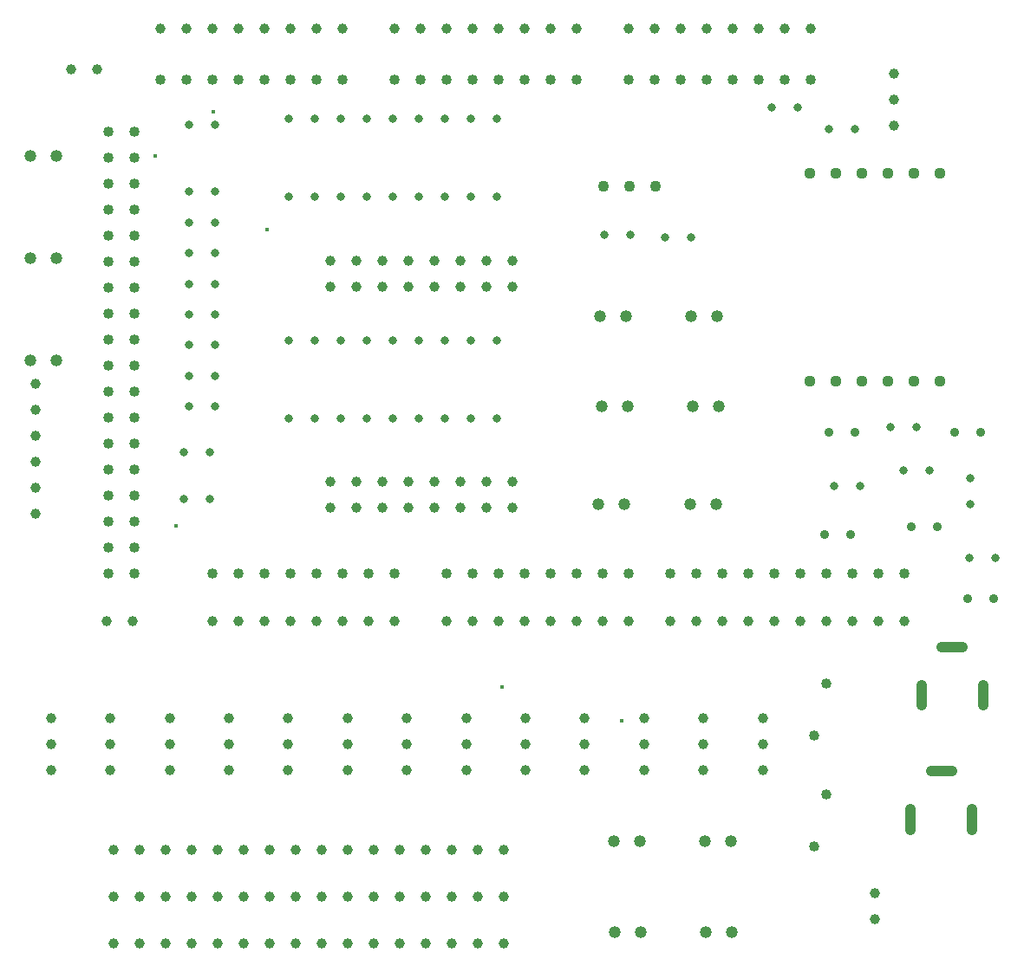
<source format=gbr>
%TF.GenerationSoftware,KiCad,Pcbnew,9.0.5*%
%TF.CreationDate,2025-12-12T05:58:33+10:00*%
%TF.ProjectId,Jet Ranger Front Panel Servo,4a657420-5261-46e6-9765-722046726f6e,rev?*%
%TF.SameCoordinates,Original*%
%TF.FileFunction,Plated,1,2,PTH,Mixed*%
%TF.FilePolarity,Positive*%
%FSLAX46Y46*%
G04 Gerber Fmt 4.6, Leading zero omitted, Abs format (unit mm)*
G04 Created by KiCad (PCBNEW 9.0.5) date 2025-12-12 05:58:33*
%MOMM*%
%LPD*%
G01*
G04 APERTURE LIST*
%TA.AperFunction,ViaDrill*%
%ADD10C,0.400000*%
%TD*%
%TA.AperFunction,ComponentDrill*%
%ADD11C,0.800000*%
%TD*%
%TA.AperFunction,ComponentDrill*%
%ADD12C,0.900000*%
%TD*%
%TA.AperFunction,ComponentDrill*%
%ADD13C,1.000000*%
%TD*%
G04 aperture for slot hole*
%TA.AperFunction,ComponentDrill*%
%ADD14C,1.000000*%
%TD*%
%TA.AperFunction,ComponentDrill*%
%ADD15C,1.010000*%
%TD*%
%TA.AperFunction,ComponentDrill*%
%ADD16C,1.016000*%
%TD*%
%TA.AperFunction,ComponentDrill*%
%ADD17C,1.100000*%
%TD*%
%TA.AperFunction,ComponentDrill*%
%ADD18C,1.110000*%
%TD*%
%TA.AperFunction,ComponentDrill*%
%ADD19C,1.190000*%
%TD*%
G04 APERTURE END LIST*
D10*
X45205900Y-53536400D03*
X47207600Y-89632500D03*
X50840000Y-49190200D03*
X56113200Y-60676400D03*
X79064800Y-105420700D03*
X90743800Y-108694100D03*
D11*
%TO.C,R14*%
X47960000Y-82500000D03*
%TO.C,R16*%
X47960000Y-87000000D03*
%TO.C,R17*%
X48460000Y-50500000D03*
%TO.C,R15*%
X48460000Y-57000000D03*
%TO.C,R10*%
X48460000Y-75000000D03*
%TO.C,R12*%
X48460000Y-78000000D03*
%TO.C,R13*%
X48500000Y-60000000D03*
%TO.C,R11*%
X48500000Y-63000000D03*
%TO.C,R9*%
X48500000Y-66000000D03*
%TO.C,R7*%
X48500000Y-69000000D03*
%TO.C,R8*%
X48500000Y-72000000D03*
%TO.C,R14*%
X50500000Y-82500000D03*
%TO.C,R16*%
X50500000Y-87000000D03*
%TO.C,R17*%
X51000000Y-50500000D03*
%TO.C,R15*%
X51000000Y-57000000D03*
%TO.C,R10*%
X51000000Y-75000000D03*
%TO.C,R12*%
X51000000Y-78000000D03*
%TO.C,R13*%
X51040000Y-60000000D03*
%TO.C,R11*%
X51040000Y-63000000D03*
%TO.C,R9*%
X51040000Y-66000000D03*
%TO.C,R7*%
X51040000Y-69000000D03*
%TO.C,R8*%
X51040000Y-72000000D03*
%TO.C,U1*%
X58180000Y-49868300D03*
X58180000Y-57488300D03*
%TO.C,U2*%
X58180000Y-71500000D03*
X58180000Y-79120000D03*
%TO.C,U1*%
X60720000Y-49868300D03*
X60720000Y-57488300D03*
%TO.C,U2*%
X60720000Y-71500000D03*
X60720000Y-79120000D03*
%TO.C,U1*%
X63260000Y-49868300D03*
X63260000Y-57488300D03*
%TO.C,U2*%
X63260000Y-71500000D03*
X63260000Y-79120000D03*
%TO.C,U1*%
X65800000Y-49868300D03*
X65800000Y-57488300D03*
%TO.C,U2*%
X65800000Y-71500000D03*
X65800000Y-79120000D03*
%TO.C,U1*%
X68340000Y-49868300D03*
X68340000Y-57488300D03*
%TO.C,U2*%
X68340000Y-71500000D03*
X68340000Y-79120000D03*
%TO.C,U1*%
X70880000Y-49868300D03*
X70880000Y-57488300D03*
%TO.C,U2*%
X70880000Y-71500000D03*
X70880000Y-79120000D03*
%TO.C,U1*%
X73420000Y-49868300D03*
X73420000Y-57488300D03*
%TO.C,U2*%
X73420000Y-71500000D03*
X73420000Y-79120000D03*
%TO.C,U1*%
X75960000Y-49868300D03*
X75960000Y-57488300D03*
%TO.C,U2*%
X75960000Y-71500000D03*
X75960000Y-79120000D03*
%TO.C,U1*%
X78500000Y-49868300D03*
X78500000Y-57488300D03*
%TO.C,U2*%
X78500000Y-71500000D03*
X78500000Y-79120000D03*
%TO.C,R19*%
X89037500Y-61212500D03*
X91577500Y-61212500D03*
%TO.C,R18*%
X94960000Y-61500000D03*
X97500000Y-61500000D03*
%TO.C,R1*%
X105350000Y-48750000D03*
X107890000Y-48750000D03*
%TO.C,R20*%
X110960000Y-50900000D03*
%TO.C,R3*%
X111455000Y-85750000D03*
%TO.C,R20*%
X113500000Y-50900000D03*
%TO.C,R3*%
X113995000Y-85750000D03*
%TO.C,R6*%
X117000000Y-80000000D03*
%TO.C,R5*%
X118250000Y-84250000D03*
%TO.C,R6*%
X119540000Y-80000000D03*
%TO.C,R5*%
X120790000Y-84250000D03*
%TO.C,R2*%
X124710000Y-92750000D03*
%TO.C,R4*%
X124750000Y-84960000D03*
X124750000Y-87500000D03*
%TO.C,R2*%
X127250000Y-92750000D03*
D12*
%TO.C,D2*%
X110500000Y-90500000D03*
%TO.C,D5*%
X111000000Y-80500000D03*
%TO.C,D2*%
X113040000Y-90500000D03*
%TO.C,D5*%
X113540000Y-80500000D03*
%TO.C,D3*%
X119000000Y-89750000D03*
X121540000Y-89750000D03*
%TO.C,D4*%
X123230000Y-80500000D03*
%TO.C,D1*%
X124500000Y-96750000D03*
%TO.C,D4*%
X125770000Y-80500000D03*
%TO.C,D1*%
X127040000Y-96750000D03*
D13*
%TO.C,J29*%
X33500000Y-75800000D03*
X33500000Y-78340000D03*
X33500000Y-80880000D03*
X33500000Y-83420000D03*
X33500000Y-85960000D03*
X33500000Y-88500000D03*
%TO.C,J28*%
X35000000Y-108420000D03*
X35000000Y-110960000D03*
X35000000Y-113500000D03*
%TO.C,J36*%
X37000000Y-45000000D03*
X39540000Y-45000000D03*
%TO.C,J37*%
X40411400Y-98933000D03*
%TO.C,J26*%
X40791700Y-108420000D03*
X40791700Y-110960000D03*
X40791700Y-113500000D03*
%TO.C,J41*%
X41140000Y-121320000D03*
%TO.C,J40*%
X41140000Y-125910000D03*
%TO.C,J39*%
X41140000Y-130500000D03*
%TO.C,J37*%
X42951400Y-98933000D03*
%TO.C,J41*%
X43680000Y-121320000D03*
%TO.C,J40*%
X43680000Y-125910000D03*
%TO.C,J39*%
X43680000Y-130500000D03*
%TO.C,J13*%
X45720000Y-41046400D03*
%TO.C,J41*%
X46220000Y-121320000D03*
%TO.C,J40*%
X46220000Y-125910000D03*
%TO.C,J39*%
X46220000Y-130500000D03*
%TO.C,J32*%
X46583300Y-108420000D03*
X46583300Y-110960000D03*
X46583300Y-113500000D03*
%TO.C,J13*%
X48260000Y-41046400D03*
%TO.C,J41*%
X48760000Y-121320000D03*
%TO.C,J40*%
X48760000Y-125910000D03*
%TO.C,J39*%
X48760000Y-130500000D03*
%TO.C,J13*%
X50800000Y-41046400D03*
%TO.C,J11*%
X50800000Y-98958400D03*
%TO.C,J41*%
X51300000Y-121320000D03*
%TO.C,J40*%
X51300000Y-125910000D03*
%TO.C,J39*%
X51300000Y-130500000D03*
%TO.C,J33*%
X52375000Y-108420000D03*
X52375000Y-110960000D03*
X52375000Y-113500000D03*
%TO.C,J13*%
X53340000Y-41046400D03*
%TO.C,J11*%
X53340000Y-98958400D03*
%TO.C,J41*%
X53840000Y-121320000D03*
%TO.C,J40*%
X53840000Y-125910000D03*
%TO.C,J39*%
X53840000Y-130500000D03*
%TO.C,J13*%
X55880000Y-41046400D03*
%TO.C,J11*%
X55880000Y-98958400D03*
%TO.C,J41*%
X56380000Y-121320000D03*
%TO.C,J40*%
X56380000Y-125910000D03*
%TO.C,J39*%
X56380000Y-130500000D03*
%TO.C,J25*%
X58166700Y-108420000D03*
X58166700Y-110960000D03*
X58166700Y-113500000D03*
%TO.C,J13*%
X58420000Y-41046400D03*
%TO.C,J11*%
X58420000Y-98958400D03*
%TO.C,J41*%
X58920000Y-121320000D03*
%TO.C,J40*%
X58920000Y-125910000D03*
%TO.C,J39*%
X58920000Y-130500000D03*
%TO.C,J13*%
X60960000Y-41046400D03*
%TO.C,J11*%
X60960000Y-98958400D03*
%TO.C,J41*%
X61460000Y-121320000D03*
%TO.C,J40*%
X61460000Y-125910000D03*
%TO.C,J39*%
X61460000Y-130500000D03*
%TO.C,J5*%
X62260000Y-63736700D03*
X62260000Y-66276700D03*
%TO.C,J4*%
X62260000Y-85368300D03*
X62260000Y-87908300D03*
%TO.C,J13*%
X63500000Y-41046400D03*
%TO.C,J11*%
X63500000Y-98958400D03*
%TO.C,J22*%
X63958300Y-108420000D03*
X63958300Y-110960000D03*
X63958300Y-113500000D03*
%TO.C,J41*%
X64000000Y-121320000D03*
%TO.C,J40*%
X64000000Y-125910000D03*
%TO.C,J39*%
X64000000Y-130500000D03*
%TO.C,J5*%
X64800000Y-63736700D03*
X64800000Y-66276700D03*
%TO.C,J4*%
X64800000Y-85368300D03*
X64800000Y-87908300D03*
%TO.C,J11*%
X66040000Y-98958400D03*
%TO.C,J41*%
X66540000Y-121320000D03*
%TO.C,J40*%
X66540000Y-125910000D03*
%TO.C,J39*%
X66540000Y-130500000D03*
%TO.C,J5*%
X67340000Y-63736700D03*
X67340000Y-66276700D03*
%TO.C,J4*%
X67340000Y-85368300D03*
X67340000Y-87908300D03*
%TO.C,J12*%
X68580000Y-41046400D03*
%TO.C,J11*%
X68580000Y-98958400D03*
%TO.C,J41*%
X69080000Y-121320000D03*
%TO.C,J40*%
X69080000Y-125910000D03*
%TO.C,J39*%
X69080000Y-130500000D03*
%TO.C,J23*%
X69750000Y-108420000D03*
X69750000Y-110960000D03*
X69750000Y-113500000D03*
%TO.C,J5*%
X69880000Y-63736700D03*
X69880000Y-66276700D03*
%TO.C,J4*%
X69880000Y-85368300D03*
X69880000Y-87908300D03*
%TO.C,J12*%
X71120000Y-41046400D03*
%TO.C,J41*%
X71620000Y-121320000D03*
%TO.C,J40*%
X71620000Y-125910000D03*
%TO.C,J39*%
X71620000Y-130500000D03*
%TO.C,J5*%
X72420000Y-63736700D03*
X72420000Y-66276700D03*
%TO.C,J4*%
X72420000Y-85368300D03*
X72420000Y-87908300D03*
%TO.C,J12*%
X73660000Y-41046400D03*
%TO.C,J34*%
X73660000Y-98958400D03*
%TO.C,J41*%
X74160000Y-121320000D03*
%TO.C,J40*%
X74160000Y-125910000D03*
%TO.C,J39*%
X74160000Y-130500000D03*
%TO.C,J5*%
X74960000Y-63736700D03*
X74960000Y-66276700D03*
%TO.C,J4*%
X74960000Y-85368300D03*
X74960000Y-87908300D03*
%TO.C,J21*%
X75541700Y-108420000D03*
X75541700Y-110960000D03*
X75541700Y-113500000D03*
%TO.C,J12*%
X76200000Y-41046400D03*
%TO.C,J34*%
X76200000Y-98958400D03*
%TO.C,J41*%
X76700000Y-121320000D03*
%TO.C,J40*%
X76700000Y-125910000D03*
%TO.C,J39*%
X76700000Y-130500000D03*
%TO.C,J5*%
X77500000Y-63736700D03*
X77500000Y-66276700D03*
%TO.C,J4*%
X77500000Y-85368300D03*
X77500000Y-87908300D03*
%TO.C,J12*%
X78740000Y-41046400D03*
%TO.C,J34*%
X78740000Y-98958400D03*
%TO.C,J41*%
X79240000Y-121320000D03*
%TO.C,J40*%
X79240000Y-125910000D03*
%TO.C,J39*%
X79240000Y-130500000D03*
%TO.C,J5*%
X80040000Y-63736700D03*
X80040000Y-66276700D03*
%TO.C,J4*%
X80040000Y-85368300D03*
X80040000Y-87908300D03*
%TO.C,J12*%
X81280000Y-41046400D03*
%TO.C,J34*%
X81280000Y-98958400D03*
%TO.C,J30*%
X81333300Y-108420000D03*
X81333300Y-110960000D03*
X81333300Y-113500000D03*
%TO.C,J12*%
X83820000Y-41046400D03*
%TO.C,J34*%
X83820000Y-98958400D03*
%TO.C,J12*%
X86360000Y-41046400D03*
%TO.C,J34*%
X86360000Y-98958400D03*
%TO.C,J20*%
X87125000Y-108420000D03*
X87125000Y-110960000D03*
X87125000Y-113500000D03*
%TO.C,J34*%
X88900000Y-98958400D03*
%TO.C,J14*%
X91440000Y-41046400D03*
%TO.C,J34*%
X91440000Y-98958400D03*
%TO.C,J24*%
X92916700Y-108420000D03*
X92916700Y-110960000D03*
X92916700Y-113500000D03*
%TO.C,J14*%
X93980000Y-41046400D03*
%TO.C,J35*%
X95504000Y-98958400D03*
%TO.C,J14*%
X96520000Y-41046400D03*
%TO.C,J35*%
X98044000Y-98958400D03*
%TO.C,J31*%
X98708300Y-108420000D03*
X98708300Y-110960000D03*
X98708300Y-113500000D03*
%TO.C,J14*%
X99060000Y-41046400D03*
%TO.C,J35*%
X100584000Y-98958400D03*
%TO.C,J14*%
X101600000Y-41046400D03*
%TO.C,J35*%
X103124000Y-98958400D03*
%TO.C,J14*%
X104140000Y-41046400D03*
%TO.C,J27*%
X104500000Y-108420000D03*
X104500000Y-110960000D03*
X104500000Y-113500000D03*
%TO.C,J35*%
X105664000Y-98958400D03*
%TO.C,J14*%
X106680000Y-41046400D03*
%TO.C,J35*%
X108204000Y-98958400D03*
%TO.C,J14*%
X109220000Y-41046400D03*
%TO.C,J35*%
X110744000Y-98958400D03*
X113284000Y-98958400D03*
%TO.C,J38*%
X115450000Y-125560000D03*
X115450000Y-128100000D03*
%TO.C,J35*%
X115824000Y-98958400D03*
%TO.C,J1*%
X117298000Y-45470000D03*
X117298000Y-48010000D03*
X117298000Y-50550000D03*
%TO.C,J35*%
X118364000Y-98958400D03*
D14*
%TO.C,J2*%
X118949000Y-117350000D02*
X118949000Y-119350000D01*
%TO.C,J3*%
X120000000Y-105207500D02*
X120000000Y-107207500D01*
%TO.C,J2*%
X120949000Y-113650000D02*
X122949000Y-113650000D01*
%TO.C,J3*%
X122000000Y-101507500D02*
X124000000Y-101507500D01*
%TO.C,J2*%
X124949000Y-117350000D02*
X124949000Y-119350000D01*
%TO.C,J3*%
X126000000Y-105207500D02*
X126000000Y-107207500D01*
D15*
%TO.C,F1*%
X109500000Y-121000000D03*
%TO.C,F2*%
X109550000Y-110150000D03*
%TO.C,F1*%
X110700000Y-115900000D03*
%TO.C,F2*%
X110750000Y-105050000D03*
D16*
%TO.C,A1*%
X40625000Y-51119300D03*
X40625000Y-53659300D03*
X40625000Y-56199300D03*
X40625000Y-58739300D03*
X40625000Y-61279300D03*
X40625000Y-63819300D03*
X40625000Y-66359300D03*
X40625000Y-68899300D03*
X40625000Y-71439300D03*
X40625000Y-73979300D03*
X40625000Y-76519300D03*
X40625000Y-79059300D03*
X40625000Y-81599300D03*
X40625000Y-84139300D03*
X40625000Y-86679300D03*
X40625000Y-89219300D03*
X40625000Y-91759300D03*
X40625000Y-94299300D03*
X43165000Y-51119300D03*
X43165000Y-53659300D03*
X43165000Y-56199300D03*
X43165000Y-58739300D03*
X43165000Y-61279300D03*
X43165000Y-63819300D03*
X43165000Y-66359300D03*
X43165000Y-68899300D03*
X43165000Y-71439300D03*
X43165000Y-73979300D03*
X43165000Y-76519300D03*
X43165000Y-79059300D03*
X43165000Y-81599300D03*
X43165000Y-84139300D03*
X43165000Y-86679300D03*
X43165000Y-89219300D03*
X43165000Y-91759300D03*
X43165000Y-94299300D03*
X45705000Y-46039300D03*
X48245000Y-46039300D03*
X50785000Y-46039300D03*
X50785000Y-94299300D03*
X53325000Y-46039300D03*
X53325000Y-94299300D03*
X55865000Y-46039300D03*
X55865000Y-94299300D03*
X58405000Y-46039300D03*
X58405000Y-94299300D03*
X60945000Y-46039300D03*
X60945000Y-94299300D03*
X63485000Y-46039300D03*
X63485000Y-94299300D03*
X66025000Y-94299300D03*
X68565000Y-46039300D03*
X68565000Y-94299300D03*
X71105000Y-46039300D03*
X73645000Y-46039300D03*
X73645000Y-94299300D03*
X76185000Y-46039300D03*
X76185000Y-94299300D03*
X78725000Y-46039300D03*
X78725000Y-94299300D03*
X81265000Y-46039300D03*
X81265000Y-94299300D03*
X83805000Y-46039300D03*
X83805000Y-94299300D03*
X86345000Y-46039300D03*
X86345000Y-94299300D03*
X88885000Y-94299300D03*
X91425000Y-46039300D03*
X91425000Y-94299300D03*
X93965000Y-46039300D03*
X95489000Y-94299300D03*
X96505000Y-46039300D03*
X98029000Y-94299300D03*
X99045000Y-46039300D03*
X100569000Y-94299300D03*
X101585000Y-46039300D03*
X103109000Y-94299300D03*
X104125000Y-46039300D03*
X105649000Y-94299300D03*
X106665000Y-46039300D03*
X108189000Y-94299300D03*
X109205000Y-46039300D03*
X110729000Y-94299300D03*
X113269000Y-94299300D03*
X115809000Y-94299300D03*
X118349000Y-94299300D03*
D17*
%TO.C,Q1*%
X88920000Y-56500000D03*
X91460000Y-56500000D03*
X94000000Y-56500000D03*
D18*
%TO.C,U3*%
X109109000Y-55183300D03*
X109109000Y-75503300D03*
X111649000Y-55183300D03*
X111649000Y-75503300D03*
X114189000Y-55183300D03*
X114189000Y-75503300D03*
X116729000Y-55183300D03*
X116729000Y-75503300D03*
X119269000Y-55183300D03*
X119269000Y-75503300D03*
X121809000Y-55183300D03*
X121809000Y-75503300D03*
D19*
%TO.C,SW1*%
X33000000Y-53500000D03*
%TO.C,SW2*%
X33000000Y-63500000D03*
%TO.C,SW3*%
X33000000Y-73500000D03*
%TO.C,SW1*%
X35540000Y-53500000D03*
%TO.C,SW2*%
X35540000Y-63500000D03*
%TO.C,SW3*%
X35540000Y-73500000D03*
%TO.C,J17*%
X88460000Y-87500000D03*
%TO.C,J9*%
X88653200Y-69135100D03*
%TO.C,J18*%
X88753200Y-77985100D03*
%TO.C,J6*%
X89960000Y-120500000D03*
%TO.C,J15*%
X90060000Y-129350000D03*
%TO.C,J17*%
X91000000Y-87500000D03*
%TO.C,J9*%
X91193200Y-69135100D03*
%TO.C,J18*%
X91293200Y-77985100D03*
%TO.C,J6*%
X92500000Y-120500000D03*
%TO.C,J15*%
X92600000Y-129350000D03*
%TO.C,J8*%
X97460000Y-87500000D03*
%TO.C,J10*%
X97543200Y-69135100D03*
%TO.C,J19*%
X97643200Y-77985100D03*
%TO.C,J7*%
X98850000Y-120500000D03*
%TO.C,J16*%
X98950000Y-129350000D03*
%TO.C,J8*%
X100000000Y-87500000D03*
%TO.C,J10*%
X100083200Y-69135100D03*
%TO.C,J19*%
X100183200Y-77985100D03*
%TO.C,J7*%
X101390000Y-120500000D03*
%TO.C,J16*%
X101490000Y-129350000D03*
M02*

</source>
